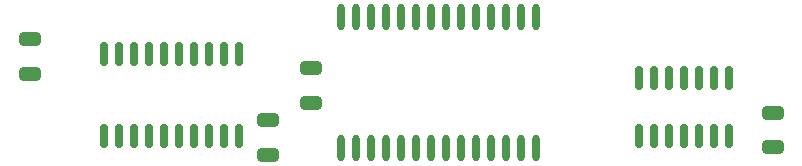
<source format=gtp>
G04 #@! TF.GenerationSoftware,KiCad,Pcbnew,6.0.9-8da3e8f707~116~ubuntu20.04.1*
G04 #@! TF.CreationDate,2022-11-07T18:31:13+00:00*
G04 #@! TF.ProjectId,slrm,736c726d-2e6b-4696-9361-645f70636258,rev?*
G04 #@! TF.SameCoordinates,Original*
G04 #@! TF.FileFunction,Paste,Top*
G04 #@! TF.FilePolarity,Positive*
%FSLAX46Y46*%
G04 Gerber Fmt 4.6, Leading zero omitted, Abs format (unit mm)*
G04 Created by KiCad (PCBNEW 6.0.9-8da3e8f707~116~ubuntu20.04.1) date 2022-11-07 18:31:13*
%MOMM*%
%LPD*%
G01*
G04 APERTURE LIST*
G04 Aperture macros list*
%AMRoundRect*
0 Rectangle with rounded corners*
0 $1 Rounding radius*
0 $2 $3 $4 $5 $6 $7 $8 $9 X,Y pos of 4 corners*
0 Add a 4 corners polygon primitive as box body*
4,1,4,$2,$3,$4,$5,$6,$7,$8,$9,$2,$3,0*
0 Add four circle primitives for the rounded corners*
1,1,$1+$1,$2,$3*
1,1,$1+$1,$4,$5*
1,1,$1+$1,$6,$7*
1,1,$1+$1,$8,$9*
0 Add four rect primitives between the rounded corners*
20,1,$1+$1,$2,$3,$4,$5,0*
20,1,$1+$1,$4,$5,$6,$7,0*
20,1,$1+$1,$6,$7,$8,$9,0*
20,1,$1+$1,$8,$9,$2,$3,0*%
G04 Aperture macros list end*
%ADD10RoundRect,0.250000X0.650000X-0.325000X0.650000X0.325000X-0.650000X0.325000X-0.650000X-0.325000X0*%
%ADD11RoundRect,0.150000X-0.150000X0.825000X-0.150000X-0.825000X0.150000X-0.825000X0.150000X0.825000X0*%
%ADD12O,0.600000X2.250000*%
%ADD13RoundRect,0.150000X-0.150000X0.837500X-0.150000X-0.837500X0.150000X-0.837500X0.150000X0.837500X0*%
%ADD14RoundRect,0.250000X-0.650000X0.325000X-0.650000X-0.325000X0.650000X-0.325000X0.650000X0.325000X0*%
G04 APERTURE END LIST*
D10*
X116110000Y-97255000D03*
X116110000Y-94305000D03*
D11*
X175340000Y-97595000D03*
X174070000Y-97595000D03*
X172800000Y-97595000D03*
X171530000Y-97595000D03*
X170260000Y-97595000D03*
X168990000Y-97595000D03*
X167720000Y-97595000D03*
X167720000Y-102545000D03*
X168990000Y-102545000D03*
X170260000Y-102545000D03*
X171530000Y-102545000D03*
X172800000Y-102545000D03*
X174070000Y-102545000D03*
X175340000Y-102545000D03*
D10*
X179020000Y-103485000D03*
X179020000Y-100535000D03*
D12*
X142493809Y-103550000D03*
X143763809Y-103550000D03*
X145033809Y-103550000D03*
X146303809Y-103550000D03*
X147573809Y-103550000D03*
X148843809Y-103550000D03*
X150113809Y-103550000D03*
X151383809Y-103550000D03*
X152653809Y-103550000D03*
X153923809Y-103550000D03*
X155193809Y-103550000D03*
X156463809Y-103550000D03*
X157733809Y-103550000D03*
X159003809Y-103550000D03*
X158943809Y-92450000D03*
X157673809Y-92450000D03*
X156403809Y-92450000D03*
X155133809Y-92450000D03*
X153863809Y-92450000D03*
X152593809Y-92450000D03*
X151323809Y-92450000D03*
X150053809Y-92450000D03*
X148783809Y-92450000D03*
X147513809Y-92450000D03*
X146243809Y-92450000D03*
X144973809Y-92450000D03*
X143703809Y-92450000D03*
X142433809Y-92450000D03*
D10*
X136300000Y-104150000D03*
X136300000Y-101200000D03*
D13*
X133815000Y-95577500D03*
X132545000Y-95577500D03*
X131275000Y-95577500D03*
X130005000Y-95577500D03*
X128735000Y-95577500D03*
X127465000Y-95577500D03*
X126195000Y-95577500D03*
X124925000Y-95577500D03*
X123655000Y-95577500D03*
X122385000Y-95577500D03*
X122385000Y-102502500D03*
X123655000Y-102502500D03*
X124925000Y-102502500D03*
X126195000Y-102502500D03*
X127465000Y-102502500D03*
X128735000Y-102502500D03*
X130005000Y-102502500D03*
X131275000Y-102502500D03*
X132545000Y-102502500D03*
X133815000Y-102502500D03*
D14*
X139900000Y-96789583D03*
X139900000Y-99739583D03*
M02*

</source>
